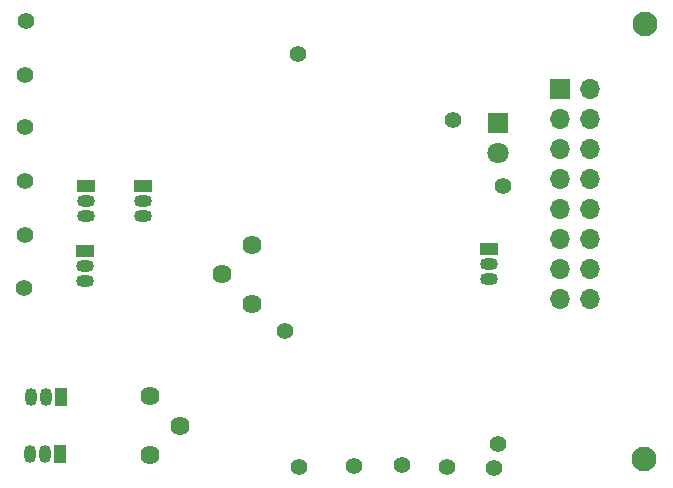
<source format=gbr>
%TF.GenerationSoftware,KiCad,Pcbnew,(5.1.10)-1*%
%TF.CreationDate,2021-07-01T15:47:13-04:00*%
%TF.ProjectId,LFO,4c464f2e-6b69-4636-9164-5f7063625858,rev?*%
%TF.SameCoordinates,Original*%
%TF.FileFunction,Soldermask,Bot*%
%TF.FilePolarity,Negative*%
%FSLAX46Y46*%
G04 Gerber Fmt 4.6, Leading zero omitted, Abs format (unit mm)*
G04 Created by KiCad (PCBNEW (5.1.10)-1) date 2021-07-01 15:47:13*
%MOMM*%
%LPD*%
G01*
G04 APERTURE LIST*
%ADD10C,2.100000*%
%ADD11O,1.700000X1.700000*%
%ADD12R,1.700000X1.700000*%
%ADD13C,1.620000*%
%ADD14R,1.500000X1.050000*%
%ADD15O,1.500000X1.050000*%
%ADD16R,1.050000X1.500000*%
%ADD17O,1.050000X1.500000*%
%ADD18C,1.800000*%
%ADD19R,1.800000X1.800000*%
%ADD20C,1.400000*%
G04 APERTURE END LIST*
D10*
%TO.C,REF\u002A\u002A*%
X148580000Y-106540000D03*
%TD*%
%TO.C,REF\u002A\u002A*%
X148650000Y-69710000D03*
%TD*%
D11*
%TO.C,REF\u002A\u002A*%
X144018000Y-92964000D03*
X141478000Y-92964000D03*
X144018000Y-90424000D03*
X141478000Y-90424000D03*
X144018000Y-87884000D03*
X141478000Y-87884000D03*
X144018000Y-85344000D03*
X141478000Y-85344000D03*
X144018000Y-82804000D03*
X141478000Y-82804000D03*
X144018000Y-80264000D03*
X141478000Y-80264000D03*
X144018000Y-77724000D03*
X141478000Y-77724000D03*
X144018000Y-75184000D03*
D12*
X141478000Y-75184000D03*
%TD*%
D13*
%TO.C,R46*%
X106781600Y-101193600D03*
X109281600Y-103693600D03*
X106781600Y-106193600D03*
%TD*%
%TO.C,R25*%
X115366800Y-93370400D03*
X112866800Y-90870400D03*
X115366800Y-88370400D03*
%TD*%
D14*
%TO.C,Q6*%
X135483600Y-88696800D03*
D15*
X135483600Y-91236800D03*
X135483600Y-89966800D03*
%TD*%
D16*
%TO.C,Q5*%
X99161600Y-106070400D03*
D17*
X96621600Y-106070400D03*
X97891600Y-106070400D03*
%TD*%
D16*
%TO.C,Q4*%
X99212400Y-101244400D03*
D17*
X96672400Y-101244400D03*
X97942400Y-101244400D03*
%TD*%
D14*
%TO.C,Q3*%
X101244400Y-88900000D03*
D15*
X101244400Y-91440000D03*
X101244400Y-90170000D03*
%TD*%
D14*
%TO.C,Q2*%
X101295200Y-83362800D03*
D15*
X101295200Y-85902800D03*
X101295200Y-84632800D03*
%TD*%
D14*
%TO.C,Q1*%
X106121200Y-83413600D03*
D15*
X106121200Y-85953600D03*
X106121200Y-84683600D03*
%TD*%
D18*
%TO.C,LED1*%
X136245600Y-80568800D03*
D19*
X136245600Y-78028800D03*
%TD*%
D20*
%TO.C,LEDA*%
X136652000Y-83362800D03*
%TD*%
%TO.C,PW90*%
X128066800Y-106984800D03*
%TD*%
%TO.C,PWC*%
X131927600Y-107188000D03*
%TD*%
%TO.C,PW10*%
X135890000Y-107289600D03*
%TD*%
%TO.C,PWXV*%
X124002800Y-107086400D03*
%TD*%
%TO.C,SAW*%
X118160800Y-95707200D03*
%TD*%
%TO.C,SQR*%
X136194800Y-105206800D03*
%TD*%
%TO.C,SIN*%
X119278400Y-72186800D03*
%TD*%
%TO.C,RMP*%
X119329200Y-107188000D03*
%TD*%
%TO.C,TRI*%
X132435600Y-77825600D03*
%TD*%
%TO.C,CV3*%
X96164400Y-82956400D03*
%TD*%
%TO.C,CV1*%
X96164400Y-87528400D03*
%TD*%
%TO.C,CV2*%
X96113600Y-91998800D03*
%TD*%
%TO.C,FFV*%
X96164400Y-73964800D03*
%TD*%
%TO.C,CFL*%
X96215200Y-69392800D03*
%TD*%
%TO.C,CFV*%
X96164400Y-78435200D03*
%TD*%
M02*

</source>
